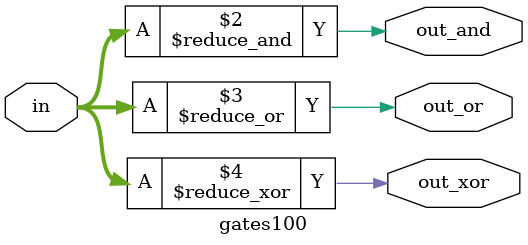
<source format=v>
module gates100(

    input [99:0] in,
    output out_and,
    output out_or,
    output out_xor

);

    assign out_and = &in;
    assign out_or = |in;
    assign out_xor = ^in;


endmodule

module tb;

    reg [99:0] in;
    wire out_and;
    wire out_or;
    wire out_xor;


    gates100 u0(.in(in), .out_and(out_and), .out_or(out_or), .out_xor(out_xor));

    initial begin

        $display("in\tout_and\tout_or\tout_xor");
        $monitor("%d\t%d\t%d\t%d", in, out_and, out_or, out_xor);

    end
endmodule
</source>
